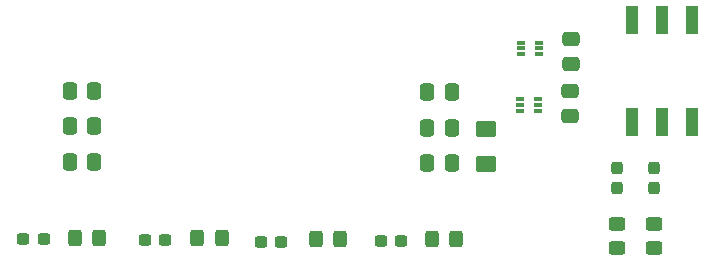
<source format=gbr>
%TF.GenerationSoftware,KiCad,Pcbnew,7.0.6*%
%TF.CreationDate,2024-02-02T01:32:10-05:00*%
%TF.ProjectId,luytenPCB,6c757974-656e-4504-9342-2e6b69636164,rev?*%
%TF.SameCoordinates,Original*%
%TF.FileFunction,Paste,Top*%
%TF.FilePolarity,Positive*%
%FSLAX46Y46*%
G04 Gerber Fmt 4.6, Leading zero omitted, Abs format (unit mm)*
G04 Created by KiCad (PCBNEW 7.0.6) date 2024-02-02 01:32:10*
%MOMM*%
%LPD*%
G01*
G04 APERTURE LIST*
G04 Aperture macros list*
%AMRoundRect*
0 Rectangle with rounded corners*
0 $1 Rounding radius*
0 $2 $3 $4 $5 $6 $7 $8 $9 X,Y pos of 4 corners*
0 Add a 4 corners polygon primitive as box body*
4,1,4,$2,$3,$4,$5,$6,$7,$8,$9,$2,$3,0*
0 Add four circle primitives for the rounded corners*
1,1,$1+$1,$2,$3*
1,1,$1+$1,$4,$5*
1,1,$1+$1,$6,$7*
1,1,$1+$1,$8,$9*
0 Add four rect primitives between the rounded corners*
20,1,$1+$1,$2,$3,$4,$5,0*
20,1,$1+$1,$4,$5,$6,$7,0*
20,1,$1+$1,$6,$7,$8,$9,0*
20,1,$1+$1,$8,$9,$2,$3,0*%
G04 Aperture macros list end*
%ADD10RoundRect,0.250001X-0.624999X0.462499X-0.624999X-0.462499X0.624999X-0.462499X0.624999X0.462499X0*%
%ADD11RoundRect,0.250000X0.325000X0.450000X-0.325000X0.450000X-0.325000X-0.450000X0.325000X-0.450000X0*%
%ADD12RoundRect,0.237500X-0.300000X-0.237500X0.300000X-0.237500X0.300000X0.237500X-0.300000X0.237500X0*%
%ADD13RoundRect,0.250000X0.450000X-0.325000X0.450000X0.325000X-0.450000X0.325000X-0.450000X-0.325000X0*%
%ADD14R,0.700000X0.340000*%
%ADD15RoundRect,0.237500X-0.237500X0.300000X-0.237500X-0.300000X0.237500X-0.300000X0.237500X0.300000X0*%
%ADD16RoundRect,0.250000X-0.475000X0.337500X-0.475000X-0.337500X0.475000X-0.337500X0.475000X0.337500X0*%
%ADD17RoundRect,0.250000X0.475000X-0.337500X0.475000X0.337500X-0.475000X0.337500X-0.475000X-0.337500X0*%
%ADD18R,1.120000X2.440000*%
%ADD19RoundRect,0.250000X-0.337500X-0.475000X0.337500X-0.475000X0.337500X0.475000X-0.337500X0.475000X0*%
%ADD20RoundRect,0.250000X0.337500X0.475000X-0.337500X0.475000X-0.337500X-0.475000X0.337500X-0.475000X0*%
G04 APERTURE END LIST*
D10*
%TO.C,F1*%
X89281000Y-47715500D03*
X89281000Y-44740500D03*
%TD*%
D11*
%TO.C,R6*%
X54438748Y-53999850D03*
X56488748Y-53999850D03*
%TD*%
%TO.C,R5*%
X64833199Y-53975000D03*
X66883199Y-53975000D03*
%TD*%
%TO.C,R4*%
X74860101Y-54085625D03*
X76910101Y-54085625D03*
%TD*%
%TO.C,R3*%
X84678542Y-54048267D03*
X86728542Y-54048267D03*
%TD*%
D12*
%TO.C,D6*%
X50106874Y-54117500D03*
X51831874Y-54117500D03*
%TD*%
%TO.C,D5*%
X62096018Y-54202961D03*
X60371018Y-54202961D03*
%TD*%
%TO.C,D4*%
X71933208Y-54292229D03*
X70208208Y-54292229D03*
%TD*%
%TO.C,D3*%
X82080452Y-54277940D03*
X80355452Y-54277940D03*
%TD*%
D13*
%TO.C,R2*%
X100330000Y-52787500D03*
X100330000Y-54837500D03*
%TD*%
%TO.C,R1*%
X103505000Y-52787500D03*
X103505000Y-54837500D03*
%TD*%
D14*
%TO.C,IC2*%
X92224519Y-37440789D03*
X92224519Y-37940789D03*
X92224519Y-38440789D03*
X93724519Y-38440789D03*
X93724519Y-37940789D03*
X93724519Y-37440789D03*
%TD*%
%TO.C,IC1*%
X93687005Y-42252202D03*
X93687005Y-42752202D03*
X93687005Y-43252202D03*
X92187005Y-43252202D03*
X92187005Y-42752202D03*
X92187005Y-42252202D03*
%TD*%
D15*
%TO.C,D2*%
X100330000Y-48032500D03*
X100330000Y-49757500D03*
%TD*%
%TO.C,D1*%
X103505000Y-48032500D03*
X103505000Y-49757500D03*
%TD*%
D16*
%TO.C,C8*%
X96425359Y-43655932D03*
X96425359Y-41580932D03*
%TD*%
D17*
%TO.C,C7*%
X96500133Y-37181928D03*
X96500133Y-39256928D03*
%TD*%
D18*
%TO.C,SW2*%
X101600000Y-35560000D03*
X104140000Y-35560000D03*
X106680000Y-35560000D03*
X106680000Y-44170000D03*
X104140000Y-44170000D03*
X101600000Y-44170000D03*
%TD*%
D19*
%TO.C,C6*%
X56119620Y-47538697D03*
X54044620Y-47538697D03*
%TD*%
%TO.C,C5*%
X56119620Y-44528697D03*
X54044620Y-44528697D03*
%TD*%
%TO.C,C4*%
X56119620Y-41518697D03*
X54044620Y-41518697D03*
%TD*%
D20*
%TO.C,C3*%
X86387065Y-41654223D03*
X84312065Y-41654223D03*
%TD*%
%TO.C,C2*%
X86387065Y-44664223D03*
X84312065Y-44664223D03*
%TD*%
%TO.C,C1*%
X86387065Y-47674223D03*
X84312065Y-47674223D03*
%TD*%
M02*

</source>
